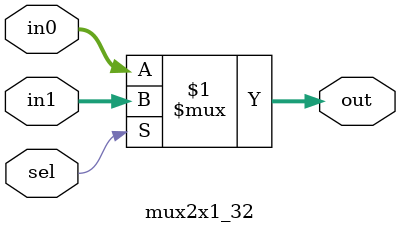
<source format=v>
module mux2x1_32 (
    input [31:0] in0, in1,
    input sel,
    output [31:0] out
);

    assign out = sel ? in1 : in0;
    
endmodule

</source>
